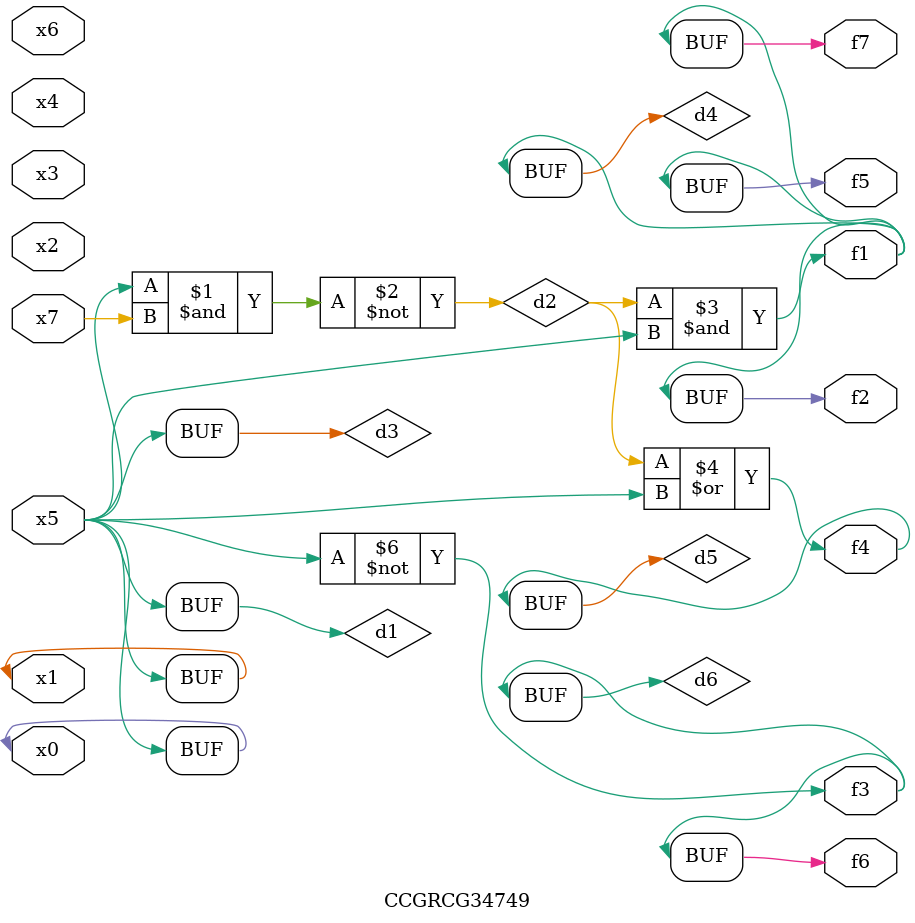
<source format=v>
module CCGRCG34749(
	input x0, x1, x2, x3, x4, x5, x6, x7,
	output f1, f2, f3, f4, f5, f6, f7
);

	wire d1, d2, d3, d4, d5, d6;

	buf (d1, x0, x5);
	nand (d2, x5, x7);
	buf (d3, x0, x1);
	and (d4, d2, d3);
	or (d5, d2, d3);
	nor (d6, d1, d3);
	assign f1 = d4;
	assign f2 = d4;
	assign f3 = d6;
	assign f4 = d5;
	assign f5 = d4;
	assign f6 = d6;
	assign f7 = d4;
endmodule

</source>
